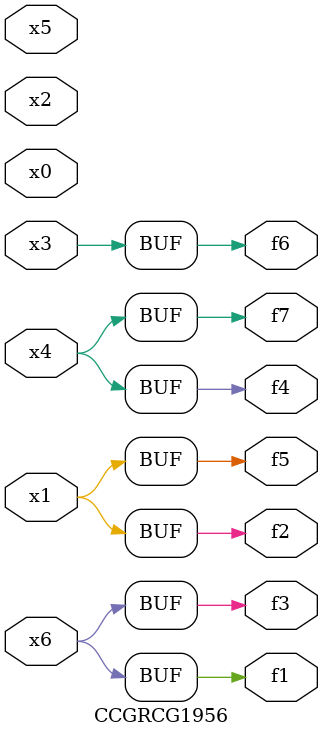
<source format=v>
module CCGRCG1956(
	input x0, x1, x2, x3, x4, x5, x6,
	output f1, f2, f3, f4, f5, f6, f7
);
	assign f1 = x6;
	assign f2 = x1;
	assign f3 = x6;
	assign f4 = x4;
	assign f5 = x1;
	assign f6 = x3;
	assign f7 = x4;
endmodule

</source>
